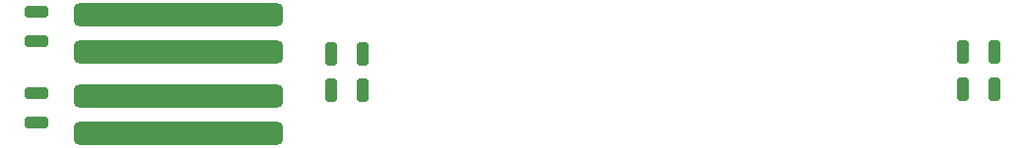
<source format=gbr>
%TF.GenerationSoftware,KiCad,Pcbnew,8.0.5*%
%TF.CreationDate,2025-02-11T15:16:58+01:00*%
%TF.ProjectId,keerlusRelais,6b656572-6c75-4735-9265-6c6169732e6b,rev?*%
%TF.SameCoordinates,Original*%
%TF.FileFunction,Paste,Top*%
%TF.FilePolarity,Positive*%
%FSLAX46Y46*%
G04 Gerber Fmt 4.6, Leading zero omitted, Abs format (unit mm)*
G04 Created by KiCad (PCBNEW 8.0.5) date 2025-02-11 15:16:58*
%MOMM*%
%LPD*%
G01*
G04 APERTURE LIST*
G04 Aperture macros list*
%AMRoundRect*
0 Rectangle with rounded corners*
0 $1 Rounding radius*
0 $2 $3 $4 $5 $6 $7 $8 $9 X,Y pos of 4 corners*
0 Add a 4 corners polygon primitive as box body*
4,1,4,$2,$3,$4,$5,$6,$7,$8,$9,$2,$3,0*
0 Add four circle primitives for the rounded corners*
1,1,$1+$1,$2,$3*
1,1,$1+$1,$4,$5*
1,1,$1+$1,$6,$7*
1,1,$1+$1,$8,$9*
0 Add four rect primitives between the rounded corners*
20,1,$1+$1,$2,$3,$4,$5,0*
20,1,$1+$1,$4,$5,$6,$7,0*
20,1,$1+$1,$6,$7,$8,$9,0*
20,1,$1+$1,$8,$9,$2,$3,0*%
G04 Aperture macros list end*
%ADD10RoundRect,0.250000X0.750000X-0.250000X0.750000X0.250000X-0.750000X0.250000X-0.750000X-0.250000X0*%
%ADD11RoundRect,0.500000X8.500000X-0.500000X8.500000X0.500000X-8.500000X0.500000X-8.500000X-0.500000X0*%
%ADD12RoundRect,0.250000X-0.250000X-0.750000X0.250000X-0.750000X0.250000X0.750000X-0.250000X0.750000X0*%
%ADD13RoundRect,0.250000X0.250000X0.750000X-0.250000X0.750000X-0.250000X-0.750000X0.250000X-0.750000X0*%
G04 APERTURE END LIST*
D10*
%TO.C,U1*%
X80700000Y-131400000D03*
D11*
X92964000Y-132330000D03*
D10*
X80700000Y-128860000D03*
D11*
X92964000Y-129155000D03*
%TD*%
D10*
%TO.C,J6*%
X80700000Y-138400000D03*
D11*
X92964000Y-139330000D03*
D10*
X80700000Y-135860000D03*
D11*
X92964000Y-136155000D03*
%TD*%
D12*
%TO.C,J2*%
X160321000Y-135540777D03*
X163021000Y-135540777D03*
X160321000Y-132365777D03*
X163021000Y-132365777D03*
%TD*%
D13*
%TO.C,J3*%
X106092000Y-135665777D03*
X108792000Y-135665777D03*
X106092000Y-132490777D03*
X108792000Y-132490777D03*
%TD*%
M02*

</source>
